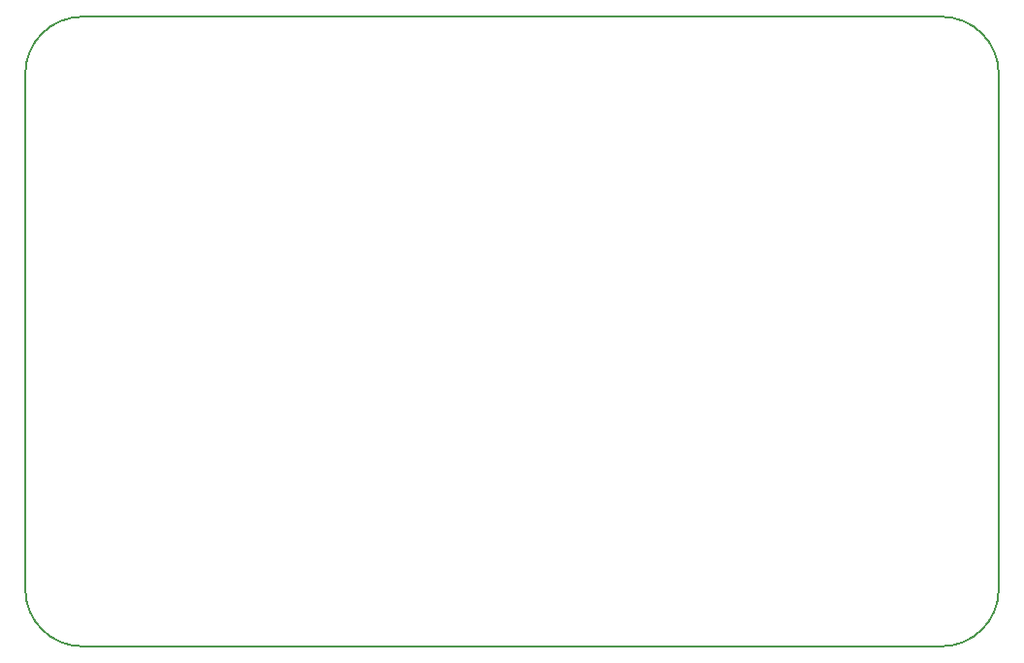
<source format=gm1>
G04 #@! TF.FileFunction,Profile,NP*
%FSLAX46Y46*%
G04 Gerber Fmt 4.6, Leading zero omitted, Abs format (unit mm)*
G04 Created by KiCad (PCBNEW 4.0.6) date 2018 March 28, Wednesday 01:43:25*
%MOMM*%
%LPD*%
G01*
G04 APERTURE LIST*
%ADD10C,0.100000*%
%ADD11C,0.150000*%
G04 APERTURE END LIST*
D10*
D11*
X112000000Y-81000000D02*
G75*
G03X117000000Y-76000000I0J5000000D01*
G01*
X117000000Y-31000000D02*
G75*
G03X112000000Y-26000000I-5000000J0D01*
G01*
X37000000Y-26000000D02*
G75*
G03X32000000Y-31000000I0J-5000000D01*
G01*
X32000000Y-76000000D02*
G75*
G03X37000000Y-81000000I5000000J0D01*
G01*
X32000000Y-76000000D02*
X32000000Y-31000000D01*
X112000000Y-81000000D02*
X37000000Y-81000000D01*
X117000000Y-31000000D02*
X117000000Y-76000000D01*
X37000000Y-26000000D02*
X112000000Y-26000000D01*
M02*

</source>
